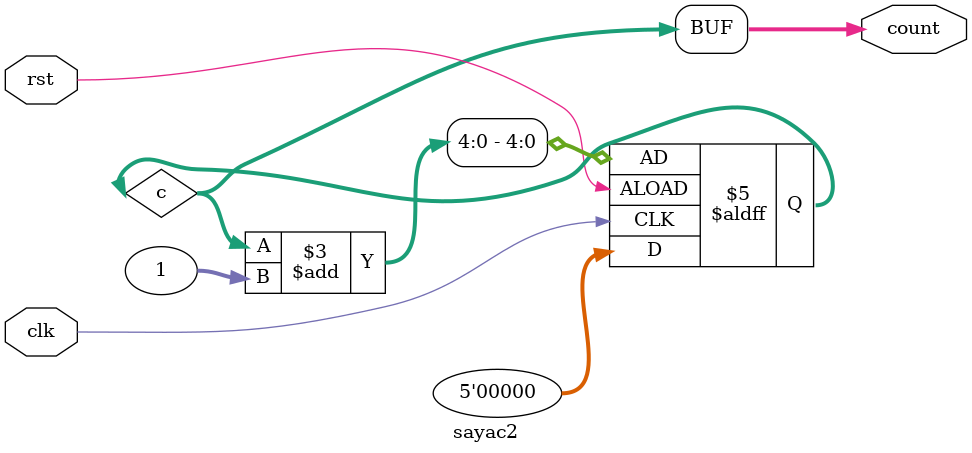
<source format=v>
`timescale 1ns / 1ps
module sayac2#(parameter N=5)(
input clk,rst,
output [N-1:0]count
);
reg [N-1:0]c=0;
always@(posedge clk,negedge rst)begin
    if(rst==1)begin
        c<=0;
    end
    else
        c<=c+1;
end
assign count=c;
endmodule
</source>
